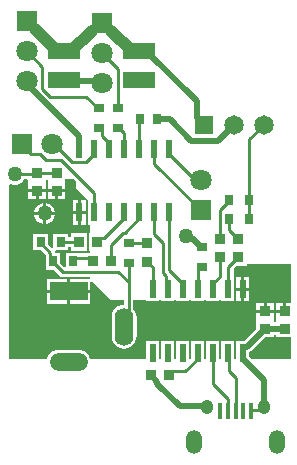
<source format=gtl>
G04*
G04 #@! TF.GenerationSoftware,Altium Limited,Altium Designer,21.2.2 (38)*
G04*
G04 Layer_Physical_Order=1*
G04 Layer_Color=255*
%FSLAX25Y25*%
%MOIN*%
G70*
G04*
G04 #@! TF.SameCoordinates,88AEB5F1-5359-4116-BBE0-5A4BCC55C554*
G04*
G04*
G04 #@! TF.FilePolarity,Positive*
G04*
G01*
G75*
%ADD14C,0.01000*%
%ADD16R,0.03740X0.03543*%
%ADD17R,0.02756X0.03347*%
%ADD18R,0.10646X0.05719*%
%ADD19R,0.03347X0.02756*%
%ADD20R,0.02362X0.06102*%
%ADD21R,0.02559X0.03543*%
%ADD22R,0.03543X0.03740*%
%ADD23R,0.03740X0.03740*%
%ADD24R,0.03740X0.03740*%
%ADD25R,0.01575X0.05315*%
G04:AMPARAMS|DCode=33|XSize=125.98mil|YSize=62.99mil|CornerRadius=31.5mil|HoleSize=0mil|Usage=FLASHONLY|Rotation=180.000|XOffset=0mil|YOffset=0mil|HoleType=Round|Shape=RoundedRectangle|*
%AMROUNDEDRECTD33*
21,1,0.12598,0.00000,0,0,180.0*
21,1,0.06299,0.06299,0,0,180.0*
1,1,0.06299,-0.03150,0.00000*
1,1,0.06299,0.03150,0.00000*
1,1,0.06299,0.03150,0.00000*
1,1,0.06299,-0.03150,0.00000*
%
%ADD33ROUNDEDRECTD33*%
%ADD34R,0.12598X0.06299*%
G04:AMPARAMS|DCode=35|XSize=62.99mil|YSize=125.98mil|CornerRadius=31.5mil|HoleSize=0mil|Usage=FLASHONLY|Rotation=180.000|XOffset=0mil|YOffset=0mil|HoleType=Round|Shape=RoundedRectangle|*
%AMROUNDEDRECTD35*
21,1,0.06299,0.06299,0,0,180.0*
21,1,0.00000,0.12598,0,0,180.0*
1,1,0.06299,0.00000,0.03150*
1,1,0.06299,0.00000,0.03150*
1,1,0.06299,0.00000,-0.03150*
1,1,0.06299,0.00000,-0.03150*
%
%ADD35ROUNDEDRECTD35*%
%ADD44C,0.02000*%
%ADD45C,0.04000*%
%ADD46R,0.07087X0.07087*%
%ADD47C,0.07087*%
%ADD48C,0.06496*%
%ADD49R,0.06496X0.06496*%
%ADD50R,0.07087X0.07087*%
%ADD51O,0.05315X0.07874*%
%ADD52O,0.04134X0.04921*%
%ADD53C,0.05000*%
G36*
X24000Y92651D02*
Y90500D01*
X27641Y86859D01*
X27819Y86421D01*
X27819D01*
X27819Y86421D01*
Y78319D01*
X28500D01*
Y75370D01*
X28280D01*
Y69630D01*
X28500D01*
Y68870D01*
X26728D01*
Y68703D01*
X23878D01*
X23730Y68673D01*
X20622D01*
Y64230D01*
X20122Y64053D01*
X18685Y65490D01*
Y68673D01*
X16959D01*
Y68929D01*
X16879Y69327D01*
X17189Y69827D01*
X21224D01*
Y70971D01*
X22177D01*
Y69630D01*
X27720D01*
Y75370D01*
X22177D01*
Y74029D01*
X21224D01*
Y75173D01*
X16468D01*
Y70706D01*
X16007Y70515D01*
X14532Y71990D01*
Y75173D01*
X9776D01*
Y69827D01*
X12369D01*
X13900Y68296D01*
Y66878D01*
X13929Y66730D01*
Y63327D01*
X16522D01*
X18533Y61316D01*
X19029Y60985D01*
X19614Y60868D01*
X28500D01*
Y60240D01*
X22000D01*
Y56590D01*
X28799D01*
Y59048D01*
X29261Y59239D01*
X35500Y53000D01*
X39971D01*
Y51610D01*
X38921Y51472D01*
X37911Y51054D01*
X37044Y50389D01*
X36379Y49522D01*
X35961Y48512D01*
X35818Y47429D01*
Y41130D01*
X35961Y40047D01*
X36379Y39037D01*
X37044Y38170D01*
X37911Y37505D01*
X38921Y37087D01*
X40004Y36944D01*
X41087Y37087D01*
X42097Y37505D01*
X42963Y38170D01*
X43629Y39037D01*
X44047Y40047D01*
X44189Y41130D01*
Y47429D01*
X44047Y48512D01*
X43629Y49522D01*
X43029Y50303D01*
Y53000D01*
X47319D01*
Y52709D01*
X51681D01*
Y53000D01*
X52319D01*
Y52709D01*
X56681D01*
Y53000D01*
X57319D01*
Y52709D01*
X61681D01*
Y53000D01*
X62319D01*
Y52709D01*
X66681D01*
Y53000D01*
X67319D01*
Y52709D01*
X71681D01*
Y53000D01*
X72319D01*
Y52709D01*
X76681D01*
Y60811D01*
X76500D01*
Y63833D01*
X77293Y64626D01*
X80870D01*
Y65000D01*
X95500D01*
Y52323D01*
X94000D01*
Y49453D01*
X93500D01*
Y48953D01*
X90630D01*
Y46583D01*
X90630D01*
Y46417D01*
X90630D01*
Y45813D01*
X90130Y45680D01*
X89870Y45940D01*
X89870Y46417D01*
X89870Y46917D01*
Y48953D01*
X87000D01*
X84130D01*
Y46917D01*
X84130Y46583D01*
X84130Y46083D01*
Y43561D01*
X80159Y39590D01*
X79681D01*
X79484Y39551D01*
X77319D01*
Y33500D01*
X76681D01*
Y39551D01*
X72319D01*
Y33500D01*
X71681D01*
Y39551D01*
X67319D01*
Y33500D01*
X66681D01*
Y39551D01*
X62319D01*
Y33612D01*
X62207Y33500D01*
X61681D01*
Y39551D01*
X57319D01*
Y33500D01*
X56681D01*
Y39551D01*
X52319D01*
Y33500D01*
X51681D01*
Y39551D01*
X47319D01*
Y33500D01*
X28699D01*
X28692Y33552D01*
X28274Y34561D01*
X27609Y35428D01*
X26742Y36093D01*
X25733Y36511D01*
X24650Y36654D01*
X18350D01*
X17267Y36511D01*
X16258Y36093D01*
X15391Y35428D01*
X14726Y34561D01*
X14308Y33552D01*
X14301Y33500D01*
X1500D01*
Y91613D01*
X1933Y91863D01*
X2149Y91738D01*
X3039Y91500D01*
X3961D01*
X4851Y91738D01*
X5649Y92199D01*
X6301Y92851D01*
X6658Y93471D01*
X7776D01*
X8130Y93117D01*
X8130Y92583D01*
X8130Y92083D01*
Y90047D01*
X13870D01*
Y92083D01*
X13870Y92417D01*
X13870Y93274D01*
X14370Y93406D01*
X14630Y93146D01*
X14630Y92583D01*
X14630Y92083D01*
Y90047D01*
X20370D01*
Y92083D01*
X20370Y92417D01*
X20370Y92917D01*
Y93500D01*
X23151D01*
X24000Y92651D01*
D02*
G37*
G36*
X90630Y40677D02*
X95500D01*
Y33500D01*
X82514D01*
X81681Y34333D01*
Y35647D01*
X81784Y35667D01*
X82446Y36109D01*
X87014Y40677D01*
X89870D01*
Y41508D01*
X90630D01*
Y40677D01*
D02*
G37*
%LPC*%
G36*
X20370Y89047D02*
X18000D01*
Y86677D01*
X20370D01*
Y89047D01*
D02*
G37*
G36*
X17000D02*
X14630D01*
Y86677D01*
X17000D01*
Y89047D01*
D02*
G37*
G36*
X13870D02*
X11500D01*
Y86677D01*
X13870D01*
Y89047D01*
D02*
G37*
G36*
X10500D02*
X8130D01*
Y86677D01*
X10500D01*
Y89047D01*
D02*
G37*
G36*
X27181Y86421D02*
X25500D01*
Y82870D01*
X27181D01*
Y86421D01*
D02*
G37*
G36*
X24500D02*
X22819D01*
Y82870D01*
X24500D01*
Y86421D01*
D02*
G37*
G36*
X14000Y85489D02*
Y82500D01*
X16989D01*
X16761Y83351D01*
X16301Y84149D01*
X15649Y84801D01*
X14851Y85261D01*
X14000Y85489D01*
D02*
G37*
G36*
X13000D02*
X12149Y85261D01*
X11351Y84801D01*
X10699Y84149D01*
X10238Y83351D01*
X10011Y82500D01*
X13000D01*
Y85489D01*
D02*
G37*
G36*
X16989Y81500D02*
X14000D01*
Y78510D01*
X14851Y78738D01*
X15649Y79199D01*
X16301Y79851D01*
X16761Y80649D01*
X16989Y81500D01*
D02*
G37*
G36*
X13000D02*
X10011D01*
X10238Y80649D01*
X10699Y79851D01*
X11351Y79199D01*
X12149Y78738D01*
X13000Y78510D01*
Y81500D01*
D02*
G37*
G36*
X27181Y81870D02*
X25500D01*
Y78319D01*
X27181D01*
Y81870D01*
D02*
G37*
G36*
X24500D02*
X22819D01*
Y78319D01*
X24500D01*
Y81870D01*
D02*
G37*
G36*
X81681Y60811D02*
X80000D01*
Y57260D01*
X81681D01*
Y60811D01*
D02*
G37*
G36*
X79000D02*
X77319D01*
Y57260D01*
X79000D01*
Y60811D01*
D02*
G37*
G36*
X21000Y60240D02*
X14201D01*
Y56590D01*
X21000D01*
Y60240D01*
D02*
G37*
G36*
X81681Y56260D02*
X80000D01*
Y52709D01*
X81681D01*
Y56260D01*
D02*
G37*
G36*
X79000D02*
X77319D01*
Y52709D01*
X79000D01*
Y56260D01*
D02*
G37*
G36*
X28799Y55590D02*
X22000D01*
Y51941D01*
X28799D01*
Y55590D01*
D02*
G37*
G36*
X21000D02*
X14201D01*
Y51941D01*
X21000D01*
Y55590D01*
D02*
G37*
G36*
X89870Y52323D02*
X87500D01*
Y49953D01*
X89870D01*
Y52323D01*
D02*
G37*
G36*
X93000D02*
X90630D01*
Y49953D01*
X93000D01*
Y52323D01*
D02*
G37*
G36*
X86500D02*
X84130D01*
Y49953D01*
X86500D01*
Y52323D01*
D02*
G37*
%LPD*%
D14*
X86264Y17811D02*
X86718D01*
X82289Y16532D02*
X84985D01*
X86264Y17811D01*
X75000Y29500D02*
X77171Y27329D01*
X74500Y35500D02*
X75000Y35000D01*
X77171Y16532D02*
Y27329D01*
X75000Y29500D02*
Y35000D01*
X69500Y25000D02*
Y35500D01*
Y25000D02*
X74500Y20000D01*
Y16644D02*
Y20000D01*
Y16644D02*
X74612Y16532D01*
X30000Y82370D02*
Y88814D01*
X18864Y99950D02*
X30000Y88814D01*
X16000Y105000D02*
X16643D01*
X13917Y99950D02*
X18864D01*
X16643Y105000D02*
X22643Y99000D01*
X15255Y120941D02*
X27457D01*
X12543Y123653D02*
X15255Y120941D01*
X12543Y123653D02*
Y130957D01*
X27457Y120941D02*
X31205Y117193D01*
X65705Y64000D02*
X66000D01*
X64500Y56760D02*
Y62795D01*
X65705Y64000D01*
X77902Y73500D02*
X78000D01*
X75000Y76402D02*
X77902Y73500D01*
X75000Y76402D02*
Y80000D01*
X74500Y63996D02*
X77902Y67398D01*
X78000D01*
X74500Y56760D02*
Y63996D01*
X72000Y61130D02*
Y67500D01*
X69500Y58630D02*
X72000Y61130D01*
X69500Y56760D02*
Y58630D01*
X71842Y73760D02*
X72000Y73602D01*
X77000Y66398D02*
X78000Y67398D01*
X7500Y136000D02*
X12543Y130957D01*
X32500Y135500D02*
X38000Y130000D01*
Y117193D02*
Y130000D01*
X31205Y117193D02*
X31500D01*
X10547Y95000D02*
X11000Y95453D01*
X3500Y95000D02*
X10547D01*
X11000Y95453D02*
X17500D01*
X81693Y86500D02*
Y106693D01*
X86500Y111500D01*
X81693Y80000D02*
Y86500D01*
X77500Y74000D02*
X78000Y73500D01*
X71842Y73760D02*
Y83047D01*
X75000Y86205D01*
Y86500D01*
X55000Y101760D02*
X62595Y94165D01*
X64335D01*
X55000Y101760D02*
Y103630D01*
X64335Y94165D02*
X65500Y93000D01*
X50000Y98500D02*
X65500Y83000D01*
X50000Y98500D02*
Y103630D01*
X30000Y101760D02*
Y103630D01*
X27240Y99000D02*
X30000Y101760D01*
X22643Y99000D02*
X27240D01*
X11911Y101957D02*
X13917Y99950D01*
X9043Y101957D02*
X11911D01*
X6000Y105000D02*
X9043Y101957D01*
X19614Y62398D02*
X38102D01*
X41500Y59000D01*
X16307Y65705D02*
X19614Y62398D01*
X41500Y59000D02*
Y65500D01*
Y47807D02*
Y59000D01*
X28327Y67173D02*
X29500Y66000D01*
X23878Y67173D02*
X28327D01*
X16307Y65705D02*
Y66000D01*
X23000D02*
Y66295D01*
X23878Y67173D01*
X15429Y66878D02*
X16307Y66000D01*
X12154Y72205D02*
Y72500D01*
Y72205D02*
X15429Y68929D01*
Y66878D02*
Y68929D01*
X18846Y72500D02*
X24949D01*
X33370Y73870D02*
X40000Y80500D01*
X32323Y73870D02*
X33370D01*
X31051Y72500D02*
Y72598D01*
X40000Y80500D02*
Y82370D01*
X31051Y72598D02*
X32323Y73870D01*
X40143Y75643D02*
X45000Y80500D01*
X39778Y75643D02*
X40143D01*
X35602Y71468D02*
X39778Y75643D01*
X45000Y80500D02*
Y82370D01*
X35602Y66000D02*
Y71468D01*
X32673Y107827D02*
X35000Y105500D01*
X32673Y107827D02*
Y109622D01*
X31500Y110500D02*
X31795D01*
X35000Y103630D02*
Y105500D01*
X31795Y110500D02*
X32673Y109622D01*
X40000Y103630D02*
Y108795D01*
X38295Y110500D02*
X40000Y108795D01*
X38000Y110500D02*
X38295D01*
X45073Y103703D02*
Y113427D01*
X45146Y113500D01*
X45000Y103630D02*
X45073Y103703D01*
X60240Y29370D02*
X64500Y33630D01*
X56323Y29370D02*
X60240D01*
X54953Y28000D02*
X56323Y29370D01*
X64500Y33630D02*
Y35500D01*
X39504Y45811D02*
X41500Y47807D01*
Y72193D02*
X47358D01*
X47500Y72051D01*
X49500Y56760D02*
Y64047D01*
X47598Y65949D02*
X49500Y64047D01*
X47500Y65949D02*
X47598D01*
X53000Y62301D02*
Y72314D01*
Y62301D02*
X53991Y61311D01*
Y59311D02*
Y61311D01*
X54500Y56760D02*
Y58802D01*
X55000Y63130D02*
X59500Y58630D01*
X55000Y63130D02*
Y82370D01*
X59500Y56760D02*
Y58630D01*
X50000Y75314D02*
X53000Y72314D01*
X53991Y59311D02*
X54500Y58802D01*
X50000Y75314D02*
Y82370D01*
D16*
X78000Y73500D02*
D03*
Y67398D02*
D03*
X72000Y73602D02*
D03*
Y67500D02*
D03*
X47500Y72051D02*
D03*
Y65949D02*
D03*
D17*
X12154Y72500D02*
D03*
X18846D02*
D03*
X81693Y86500D02*
D03*
X75000D02*
D03*
X16307Y66000D02*
D03*
X23000D02*
D03*
X81693Y80000D02*
D03*
X75000D02*
D03*
D18*
X45000Y126500D02*
D03*
Y136148D02*
D03*
X20000Y126500D02*
D03*
Y136148D02*
D03*
D19*
X38000Y110500D02*
D03*
Y117193D02*
D03*
X31500Y110500D02*
D03*
Y117193D02*
D03*
X66000Y70693D02*
D03*
Y64000D02*
D03*
X41500Y65500D02*
D03*
Y72193D02*
D03*
D20*
X25000Y103630D02*
D03*
X30000D02*
D03*
X35000D02*
D03*
X40000D02*
D03*
X45000D02*
D03*
X50000D02*
D03*
X55000D02*
D03*
Y82370D02*
D03*
X50000D02*
D03*
X45000D02*
D03*
X40000D02*
D03*
X35000D02*
D03*
X30000D02*
D03*
X25000D02*
D03*
X79500Y35500D02*
D03*
X74500D02*
D03*
X69500D02*
D03*
X64500D02*
D03*
X59500D02*
D03*
X54500D02*
D03*
X49500D02*
D03*
Y56760D02*
D03*
X54500D02*
D03*
X59500D02*
D03*
X64500D02*
D03*
X69500D02*
D03*
X74500D02*
D03*
X79500D02*
D03*
D21*
X50854Y113500D02*
D03*
X45146D02*
D03*
D22*
X24949Y72500D02*
D03*
X31051D02*
D03*
X29500Y66000D02*
D03*
X35602D02*
D03*
D23*
X11000Y95453D02*
D03*
Y89547D02*
D03*
X17500Y95453D02*
D03*
Y89547D02*
D03*
X93500Y43547D02*
D03*
Y49453D02*
D03*
X87000Y43547D02*
D03*
Y49453D02*
D03*
D24*
X49047Y28000D02*
D03*
X54953D02*
D03*
D25*
X82318Y16326D02*
D03*
X79759D02*
D03*
X77200D02*
D03*
X74641D02*
D03*
X72082D02*
D03*
D33*
X21500Y32469D02*
D03*
D34*
Y56090D02*
D03*
D35*
X40004Y44280D02*
D03*
D44*
X51083Y25302D02*
X58573Y17811D01*
X67624D01*
X49047Y28000D02*
X51083Y25965D01*
Y25302D02*
Y25965D01*
X81004Y37551D02*
X87000Y43547D01*
X79681Y37551D02*
X81004D01*
X79500Y37370D02*
X79681Y37551D01*
X79500Y35500D02*
Y37370D01*
X87000Y43547D02*
X93500D01*
X86718Y17811D02*
Y26411D01*
X79500Y33630D02*
X86718Y26411D01*
X79500Y33630D02*
Y35500D01*
X7500Y125161D02*
Y126000D01*
Y125161D02*
X24819Y107842D01*
Y103811D02*
Y107842D01*
Y103811D02*
X25000Y103630D01*
X7500Y126000D02*
X8473Y125027D01*
X25000Y103630D02*
Y105500D01*
X62424Y106252D02*
X71252D01*
X50854Y113500D02*
X55176D01*
X62424Y106252D01*
X71252D02*
X76500Y111500D01*
X62472Y73926D02*
X65705Y70693D01*
X66000D01*
X61074Y73926D02*
X62472D01*
X60500Y74500D02*
X61074Y73926D01*
X64252Y113748D02*
Y119359D01*
Y113748D02*
X66500Y111500D01*
X47464Y136148D02*
X64252Y119359D01*
X45000Y136148D02*
X47464D01*
X35043Y142957D02*
X35727D01*
X32500Y145500D02*
X35043Y142957D01*
X42536Y136148D02*
X45000D01*
X7500Y146000D02*
X10043Y143457D01*
X17536Y136148D02*
X20000D01*
X10043Y143457D02*
X10227D01*
X20000Y136148D02*
X22464D01*
X29273Y142957D02*
X29957D01*
X32500Y145500D01*
X20000Y126500D02*
X20500Y126000D01*
X32000D01*
X32500Y125500D01*
D45*
X35727Y142957D02*
X42536Y136148D01*
X10227Y143457D02*
X17536Y136148D01*
X22464D02*
X29273Y142957D01*
D46*
X65500Y83000D02*
D03*
X32500Y145500D02*
D03*
X7500Y146000D02*
D03*
D47*
X65500Y93000D02*
D03*
X32500Y135500D02*
D03*
Y125500D02*
D03*
X7500Y136000D02*
D03*
Y126000D02*
D03*
X16000Y105000D02*
D03*
D48*
X86500Y111500D02*
D03*
X76500D02*
D03*
D49*
X66500D02*
D03*
D50*
X6000Y105000D02*
D03*
D51*
X91029Y5794D02*
D03*
X63371D02*
D03*
D52*
X86747Y17605D02*
D03*
X67653D02*
D03*
D53*
X60500Y74500D02*
D03*
X13500Y82000D02*
D03*
X3500Y95000D02*
D03*
M02*

</source>
